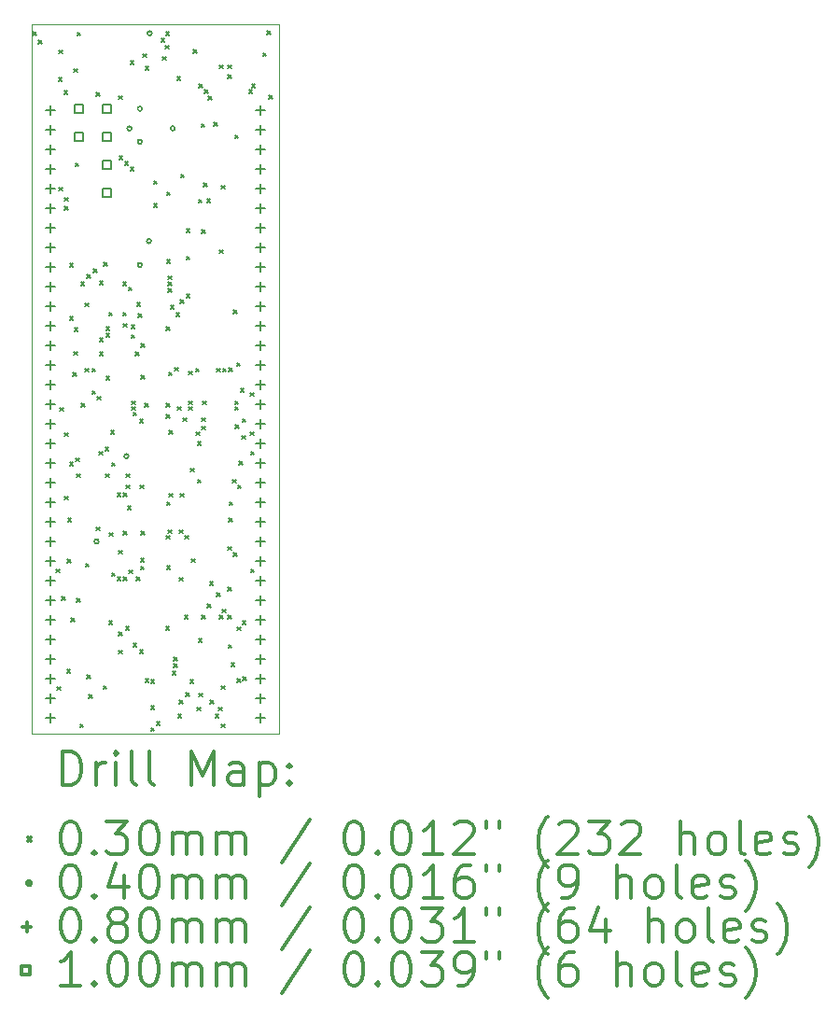
<source format=gbr>
%FSLAX45Y45*%
G04 Gerber Fmt 4.5, Leading zero omitted, Abs format (unit mm)*
G04 Created by KiCad (PCBNEW (5.1.2)-1) date 2019-12-23 21:45:00*
%MOMM*%
%LPD*%
G04 APERTURE LIST*
%ADD10C,0.050000*%
%ADD11C,0.200000*%
%ADD12C,0.300000*%
G04 APERTURE END LIST*
D10*
X9226550Y-10731500D02*
X9226550Y-4298950D01*
X11474450Y-10731500D02*
X9226550Y-10731500D01*
X11474450Y-4298950D02*
X11474450Y-10731500D01*
X9226550Y-4298950D02*
X11474450Y-4298950D01*
D11*
X9240500Y-4370050D02*
X9270500Y-4400050D01*
X9270500Y-4370050D02*
X9240500Y-4400050D01*
X9290500Y-4445450D02*
X9320500Y-4475450D01*
X9320500Y-4445450D02*
X9290500Y-4475450D01*
X9452850Y-9243300D02*
X9482850Y-9273300D01*
X9482850Y-9243300D02*
X9452850Y-9273300D01*
X9461740Y-10310100D02*
X9491740Y-10340100D01*
X9491740Y-10310100D02*
X9461740Y-10340100D01*
X9474948Y-4785854D02*
X9504948Y-4815854D01*
X9504948Y-4785854D02*
X9474948Y-4815854D01*
X9475350Y-4535770D02*
X9505350Y-4565770D01*
X9505350Y-4535770D02*
X9475350Y-4565770D01*
X9475500Y-5778950D02*
X9505500Y-5808950D01*
X9505500Y-5778950D02*
X9475500Y-5808950D01*
X9484600Y-7776450D02*
X9514600Y-7806450D01*
X9514600Y-7776450D02*
X9484600Y-7806450D01*
X9503650Y-9490950D02*
X9533650Y-9520950D01*
X9533650Y-9490950D02*
X9503650Y-9520950D01*
X9525500Y-4902700D02*
X9555500Y-4932700D01*
X9555500Y-4902700D02*
X9525500Y-4932700D01*
X9529050Y-5871450D02*
X9559050Y-5901450D01*
X9559050Y-5871450D02*
X9529050Y-5901450D01*
X9529050Y-5954000D02*
X9559050Y-5984000D01*
X9559050Y-5954000D02*
X9529050Y-5984000D01*
X9529050Y-8005050D02*
X9559050Y-8035050D01*
X9559050Y-8005050D02*
X9529050Y-8035050D01*
X9529050Y-8582900D02*
X9559050Y-8612900D01*
X9559050Y-8582900D02*
X9529050Y-8612900D01*
X9548651Y-10150799D02*
X9578651Y-10180799D01*
X9578651Y-10150799D02*
X9548651Y-10180799D01*
X9553650Y-9154870D02*
X9583650Y-9184870D01*
X9583650Y-9154870D02*
X9553650Y-9184870D01*
X9557625Y-8782925D02*
X9587625Y-8812925D01*
X9587625Y-8782925D02*
X9557625Y-8812925D01*
X9573500Y-6468350D02*
X9603500Y-6498350D01*
X9603500Y-6468350D02*
X9573500Y-6498350D01*
X9573500Y-6950950D02*
X9603500Y-6980950D01*
X9603500Y-6950950D02*
X9573500Y-6980950D01*
X9573500Y-8271750D02*
X9603500Y-8301750D01*
X9603500Y-8271750D02*
X9573500Y-8301750D01*
X9586200Y-9687800D02*
X9616200Y-9717800D01*
X9616200Y-9687800D02*
X9586200Y-9717800D01*
X9605250Y-7458950D02*
X9635250Y-7488950D01*
X9635250Y-7458950D02*
X9605250Y-7488950D01*
X9611600Y-4703050D02*
X9641600Y-4733050D01*
X9641600Y-4703050D02*
X9611600Y-4733050D01*
X9611600Y-7268450D02*
X9641600Y-7298450D01*
X9641600Y-7268450D02*
X9611600Y-7298450D01*
X9617950Y-7052550D02*
X9647950Y-7082550D01*
X9647950Y-7052550D02*
X9617950Y-7082550D01*
X9624300Y-5560300D02*
X9654300Y-5590300D01*
X9654300Y-5560300D02*
X9624300Y-5590300D01*
X9630650Y-8233650D02*
X9660650Y-8263650D01*
X9660650Y-8233650D02*
X9630650Y-8263650D01*
X9637000Y-8379700D02*
X9667000Y-8409700D01*
X9667000Y-8379700D02*
X9637000Y-8409700D01*
X9637000Y-9510000D02*
X9667000Y-9540000D01*
X9667000Y-9510000D02*
X9637000Y-9540000D01*
X9643350Y-4372850D02*
X9673350Y-4402850D01*
X9673350Y-4372850D02*
X9643350Y-4402850D01*
X9668750Y-10646650D02*
X9698750Y-10676650D01*
X9698750Y-10646650D02*
X9668750Y-10676650D01*
X9675100Y-6639800D02*
X9705100Y-6669800D01*
X9705100Y-6639800D02*
X9675100Y-6669800D01*
X9681450Y-7738350D02*
X9711450Y-7768350D01*
X9711450Y-7738350D02*
X9681450Y-7768350D01*
X9713200Y-6830300D02*
X9743200Y-6860300D01*
X9743200Y-6830300D02*
X9713200Y-6860300D01*
X9713200Y-7420850D02*
X9743200Y-7450850D01*
X9743200Y-7420850D02*
X9713200Y-7450850D01*
X9719550Y-9192500D02*
X9749550Y-9222500D01*
X9749550Y-9192500D02*
X9719550Y-9222500D01*
X9730350Y-10202150D02*
X9760350Y-10232150D01*
X9760350Y-10202150D02*
X9730350Y-10232150D01*
X9732250Y-6569950D02*
X9762250Y-6599950D01*
X9762250Y-6569950D02*
X9732250Y-6599950D01*
X9747550Y-10379950D02*
X9777550Y-10409950D01*
X9777550Y-10379950D02*
X9747550Y-10409950D01*
X9776700Y-7420850D02*
X9806700Y-7450850D01*
X9806700Y-7420850D02*
X9776700Y-7450850D01*
X9776700Y-7624050D02*
X9806700Y-7654050D01*
X9806700Y-7624050D02*
X9776700Y-7654050D01*
X9789400Y-6519150D02*
X9819400Y-6549150D01*
X9819400Y-6519150D02*
X9789400Y-6549150D01*
X9814800Y-4918950D02*
X9844800Y-4948950D01*
X9844800Y-4918950D02*
X9814800Y-4948950D01*
X9814800Y-8862300D02*
X9844800Y-8892300D01*
X9844800Y-8862300D02*
X9814800Y-8892300D01*
X9826700Y-7676920D02*
X9856700Y-7706920D01*
X9856700Y-7676920D02*
X9826700Y-7706920D01*
X9840200Y-8176500D02*
X9870200Y-8206500D01*
X9870200Y-8176500D02*
X9840200Y-8206500D01*
X9844300Y-6629350D02*
X9874300Y-6659350D01*
X9874300Y-6629350D02*
X9844300Y-6659350D01*
X9846550Y-7147800D02*
X9876550Y-7177800D01*
X9876550Y-7147800D02*
X9846550Y-7177800D01*
X9846550Y-7274800D02*
X9876550Y-7304800D01*
X9876550Y-7274800D02*
X9846550Y-7304800D01*
X9879100Y-10299470D02*
X9909100Y-10329470D01*
X9909100Y-10299470D02*
X9879100Y-10329470D01*
X9884650Y-6462000D02*
X9914650Y-6492000D01*
X9914650Y-6462000D02*
X9884650Y-6492000D01*
X9897350Y-8138400D02*
X9927350Y-8168400D01*
X9927350Y-8138400D02*
X9897350Y-8168400D01*
X9902300Y-8379700D02*
X9932300Y-8409700D01*
X9932300Y-8379700D02*
X9902300Y-8409700D01*
X9903700Y-7046200D02*
X9933700Y-7076200D01*
X9933700Y-7046200D02*
X9903700Y-7076200D01*
X9904246Y-7102804D02*
X9934246Y-7132804D01*
X9934246Y-7102804D02*
X9904246Y-7132804D01*
X9904462Y-7493748D02*
X9934462Y-7523748D01*
X9934462Y-7493748D02*
X9904462Y-7523748D01*
X9929100Y-6912850D02*
X9959100Y-6942850D01*
X9959100Y-6912850D02*
X9929100Y-6942850D01*
X9929100Y-9713200D02*
X9959100Y-9743200D01*
X9959100Y-9713200D02*
X9929100Y-9743200D01*
X9935450Y-8913100D02*
X9965450Y-8943100D01*
X9965450Y-8913100D02*
X9935450Y-8943100D01*
X9948150Y-7986000D02*
X9978150Y-8016000D01*
X9978150Y-7986000D02*
X9948150Y-8016000D01*
X9954500Y-8278100D02*
X9984500Y-8308100D01*
X9984500Y-8278100D02*
X9954500Y-8308100D01*
X9954500Y-9277590D02*
X9984500Y-9307590D01*
X9984500Y-9277590D02*
X9954500Y-9307590D01*
X10005300Y-8551150D02*
X10035300Y-8581150D01*
X10035300Y-8551150D02*
X10005300Y-8581150D01*
X10005300Y-9313150D02*
X10035300Y-9343150D01*
X10035300Y-9313150D02*
X10005300Y-9343150D01*
X10018000Y-4950700D02*
X10048000Y-4980700D01*
X10048000Y-4950700D02*
X10018000Y-4980700D01*
X10018000Y-9071850D02*
X10048000Y-9101850D01*
X10048000Y-9071850D02*
X10018000Y-9101850D01*
X10018000Y-9814800D02*
X10048000Y-9844800D01*
X10048000Y-9814800D02*
X10018000Y-9844800D01*
X10018000Y-9979900D02*
X10048000Y-10009900D01*
X10048000Y-9979900D02*
X10018000Y-10009900D01*
X10024350Y-5496800D02*
X10054350Y-5526800D01*
X10054350Y-5496800D02*
X10024350Y-5526800D01*
X10056100Y-6639800D02*
X10086100Y-6669800D01*
X10086100Y-6639800D02*
X10056100Y-6669800D01*
X10056100Y-6912850D02*
X10086100Y-6942850D01*
X10086100Y-6912850D02*
X10056100Y-6942850D01*
X10062450Y-7014450D02*
X10092450Y-7044450D01*
X10092450Y-7014450D02*
X10062450Y-7044450D01*
X10062450Y-8551150D02*
X10092450Y-8581150D01*
X10092450Y-8551150D02*
X10062450Y-8581150D01*
X10062450Y-8900400D02*
X10092450Y-8930400D01*
X10092450Y-8900400D02*
X10062450Y-8930400D01*
X10062450Y-9313150D02*
X10092450Y-9343150D01*
X10092450Y-9313150D02*
X10062450Y-9343150D01*
X10075150Y-5547600D02*
X10105150Y-5577600D01*
X10105150Y-5547600D02*
X10075150Y-5577600D01*
X10082135Y-9763365D02*
X10112135Y-9793365D01*
X10112135Y-9763365D02*
X10082135Y-9793365D01*
X10087850Y-8379700D02*
X10117850Y-8409700D01*
X10117850Y-8379700D02*
X10087850Y-8409700D01*
X10087850Y-8481300D02*
X10117850Y-8511300D01*
X10117850Y-8481300D02*
X10087850Y-8511300D01*
X10100550Y-8671800D02*
X10130550Y-8701800D01*
X10130550Y-8671800D02*
X10100550Y-8701800D01*
X10106900Y-6684250D02*
X10136900Y-6714250D01*
X10136900Y-6684250D02*
X10106900Y-6714250D01*
X10112450Y-9252736D02*
X10142450Y-9282736D01*
X10142450Y-9252736D02*
X10112450Y-9282736D01*
X10125950Y-4634000D02*
X10155950Y-4664000D01*
X10155950Y-4634000D02*
X10125950Y-4664000D01*
X10125950Y-5598400D02*
X10155950Y-5628400D01*
X10155950Y-5598400D02*
X10125950Y-5628400D01*
X10132300Y-7027150D02*
X10162300Y-7057150D01*
X10162300Y-7027150D02*
X10132300Y-7057150D01*
X10132300Y-7116050D02*
X10162300Y-7146050D01*
X10162300Y-7116050D02*
X10132300Y-7146050D01*
X10138650Y-7719300D02*
X10168650Y-7749300D01*
X10168650Y-7719300D02*
X10138650Y-7749300D01*
X10138650Y-7770100D02*
X10168650Y-7800100D01*
X10168650Y-7770100D02*
X10138650Y-7800100D01*
X10151350Y-7820900D02*
X10181350Y-7850900D01*
X10181350Y-7820900D02*
X10151350Y-7850900D01*
X10151350Y-9916400D02*
X10181350Y-9946400D01*
X10181350Y-9916400D02*
X10151350Y-9946400D01*
X10170400Y-7274800D02*
X10200400Y-7304800D01*
X10200400Y-7274800D02*
X10170400Y-7304800D01*
X10178020Y-9315690D02*
X10208020Y-9345690D01*
X10208020Y-9315690D02*
X10178020Y-9345690D01*
X10183100Y-6823950D02*
X10213100Y-6853950D01*
X10213100Y-6823950D02*
X10183100Y-6853950D01*
X10195800Y-6925550D02*
X10225800Y-6955550D01*
X10225800Y-6925550D02*
X10195800Y-6955550D01*
X10208500Y-7884400D02*
X10238500Y-7914400D01*
X10238500Y-7884400D02*
X10208500Y-7914400D01*
X10208500Y-9973550D02*
X10238500Y-10003550D01*
X10238500Y-9973550D02*
X10208500Y-10003550D01*
X10214850Y-8481300D02*
X10244850Y-8511300D01*
X10244850Y-8481300D02*
X10214850Y-8511300D01*
X10217855Y-9217435D02*
X10247855Y-9247435D01*
X10247855Y-9217435D02*
X10217855Y-9247435D01*
X10218660Y-9144240D02*
X10248660Y-9174240D01*
X10248660Y-9144240D02*
X10218660Y-9174240D01*
X10221200Y-7198600D02*
X10251200Y-7228600D01*
X10251200Y-7198600D02*
X10221200Y-7228600D01*
X10221200Y-7484350D02*
X10251200Y-7514350D01*
X10251200Y-7484350D02*
X10221200Y-7514350D01*
X10221200Y-8900400D02*
X10251200Y-8930400D01*
X10251200Y-8900400D02*
X10221200Y-8930400D01*
X10238726Y-4569700D02*
X10268726Y-4599700D01*
X10268726Y-4569700D02*
X10238726Y-4599700D01*
X10258284Y-7739366D02*
X10288284Y-7769366D01*
X10288284Y-7739366D02*
X10258284Y-7769366D01*
X10259300Y-4684000D02*
X10289300Y-4714000D01*
X10289300Y-4684000D02*
X10259300Y-4714000D01*
X10260570Y-10236440D02*
X10290570Y-10266440D01*
X10290570Y-10236440D02*
X10260570Y-10266440D01*
X10310100Y-10481550D02*
X10340100Y-10511550D01*
X10340100Y-10481550D02*
X10310100Y-10511550D01*
X10310570Y-10246130D02*
X10340570Y-10276130D01*
X10340570Y-10246130D02*
X10310570Y-10276130D01*
X10313199Y-10681499D02*
X10343199Y-10711499D01*
X10343199Y-10681499D02*
X10313199Y-10711499D01*
X10335500Y-5719050D02*
X10365500Y-5749050D01*
X10365500Y-5719050D02*
X10335500Y-5749050D01*
X10335500Y-5928600D02*
X10365500Y-5958600D01*
X10365500Y-5928600D02*
X10335500Y-5958600D01*
X10360900Y-10627600D02*
X10390900Y-10657600D01*
X10390900Y-10627600D02*
X10360900Y-10657600D01*
X10405350Y-4430000D02*
X10435350Y-4460000D01*
X10435350Y-4430000D02*
X10405350Y-4460000D01*
X10418050Y-4595100D02*
X10448050Y-4625100D01*
X10448050Y-4595100D02*
X10418050Y-4625100D01*
X10443450Y-4493500D02*
X10473450Y-4523500D01*
X10473450Y-4493500D02*
X10443450Y-4523500D01*
X10446250Y-4370050D02*
X10476250Y-4400050D01*
X10476250Y-4370050D02*
X10446250Y-4400050D01*
X10448530Y-9764000D02*
X10478530Y-9794000D01*
X10478530Y-9764000D02*
X10448530Y-9794000D01*
X10449419Y-7046073D02*
X10479419Y-7076073D01*
X10479419Y-7046073D02*
X10449419Y-7076073D01*
X10449800Y-7738350D02*
X10479800Y-7768350D01*
X10479800Y-7738350D02*
X10449800Y-7768350D01*
X10449800Y-7839950D02*
X10479800Y-7869950D01*
X10479800Y-7839950D02*
X10449800Y-7869950D01*
X10449800Y-8938500D02*
X10479800Y-8968500D01*
X10479800Y-8938500D02*
X10449800Y-8968500D01*
X10456150Y-5820650D02*
X10486150Y-5850650D01*
X10486150Y-5820650D02*
X10456150Y-5850650D01*
X10456150Y-6436600D02*
X10486150Y-6466600D01*
X10486150Y-6436600D02*
X10456150Y-6466600D01*
X10456150Y-8633700D02*
X10486150Y-8663700D01*
X10486150Y-8633700D02*
X10456150Y-8663700D01*
X10456150Y-9211550D02*
X10486150Y-9241550D01*
X10486150Y-9211550D02*
X10456150Y-9241550D01*
X10468850Y-6582650D02*
X10498850Y-6612650D01*
X10498850Y-6582650D02*
X10468850Y-6612650D01*
X10468850Y-6639800D02*
X10498850Y-6669800D01*
X10498850Y-6639800D02*
X10468850Y-6669800D01*
X10468850Y-6696950D02*
X10498850Y-6726950D01*
X10498850Y-6696950D02*
X10468850Y-6726950D01*
X10468850Y-8887700D02*
X10498850Y-8917700D01*
X10498850Y-8887700D02*
X10468850Y-8917700D01*
X10471009Y-7454759D02*
X10501009Y-7484759D01*
X10501009Y-7454759D02*
X10471009Y-7484759D01*
X10475200Y-7986000D02*
X10505200Y-8016000D01*
X10505200Y-7986000D02*
X10475200Y-8016000D01*
X10475200Y-8557500D02*
X10505200Y-8587500D01*
X10505200Y-8557500D02*
X10475200Y-8587500D01*
X10487900Y-6849350D02*
X10517900Y-6879350D01*
X10517900Y-6849350D02*
X10487900Y-6879350D01*
X10506950Y-10170400D02*
X10536950Y-10200400D01*
X10536950Y-10170400D02*
X10506950Y-10200400D01*
X10519650Y-10043400D02*
X10549650Y-10073400D01*
X10549650Y-10043400D02*
X10519650Y-10073400D01*
X10519650Y-10100550D02*
X10549650Y-10130550D01*
X10549650Y-10100550D02*
X10519650Y-10130550D01*
X10526000Y-7414500D02*
X10556000Y-7444500D01*
X10556000Y-7414500D02*
X10526000Y-7444500D01*
X10538700Y-6919200D02*
X10568700Y-6949200D01*
X10568700Y-6919200D02*
X10538700Y-6949200D01*
X10548352Y-4777218D02*
X10578352Y-4807218D01*
X10578352Y-4777218D02*
X10548352Y-4807218D01*
X10552101Y-7769399D02*
X10582101Y-7799399D01*
X10582101Y-7769399D02*
X10552101Y-7799399D01*
X10557750Y-10557750D02*
X10587750Y-10587750D01*
X10587750Y-10557750D02*
X10557750Y-10587750D01*
X10570450Y-8887700D02*
X10600450Y-8917700D01*
X10600450Y-8887700D02*
X10570450Y-8917700D01*
X10570450Y-10430750D02*
X10600450Y-10460750D01*
X10600450Y-10430750D02*
X10570450Y-10460750D01*
X10571720Y-9318230D02*
X10601720Y-9348230D01*
X10601720Y-9318230D02*
X10571720Y-9348230D01*
X10576800Y-6798550D02*
X10606800Y-6828550D01*
X10606800Y-6798550D02*
X10576800Y-6828550D01*
X10576800Y-8557500D02*
X10606800Y-8587500D01*
X10606800Y-8557500D02*
X10576800Y-8587500D01*
X10583150Y-5661900D02*
X10613150Y-5691900D01*
X10613150Y-5661900D02*
X10583150Y-5691900D01*
X10602200Y-7871700D02*
X10632200Y-7901700D01*
X10632200Y-7871700D02*
X10602200Y-7901700D01*
X10617651Y-9662189D02*
X10647651Y-9692189D01*
X10647651Y-9662189D02*
X10617651Y-9692189D01*
X10620996Y-8938500D02*
X10650996Y-8968500D01*
X10650996Y-8938500D02*
X10620996Y-8968500D01*
X10626900Y-10366550D02*
X10656900Y-10396550D01*
X10656900Y-10366550D02*
X10626900Y-10396550D01*
X10633950Y-6404850D02*
X10663950Y-6434850D01*
X10663950Y-6404850D02*
X10633950Y-6434850D01*
X10633950Y-6747750D02*
X10663950Y-6777750D01*
X10663950Y-6747750D02*
X10633950Y-6777750D01*
X10634000Y-6157150D02*
X10664000Y-6187150D01*
X10664000Y-6157150D02*
X10634000Y-6187150D01*
X10653000Y-7446250D02*
X10683000Y-7476250D01*
X10683000Y-7446250D02*
X10653000Y-7476250D01*
X10653000Y-7719300D02*
X10683000Y-7749300D01*
X10683000Y-7719300D02*
X10653000Y-7749300D01*
X10653000Y-7769300D02*
X10683000Y-7799300D01*
X10683000Y-7769300D02*
X10653000Y-7799300D01*
X10668221Y-10244079D02*
X10698221Y-10274079D01*
X10698221Y-10244079D02*
X10668221Y-10274079D01*
X10672050Y-8328900D02*
X10702050Y-8358900D01*
X10702050Y-8328900D02*
X10672050Y-8358900D01*
X10678400Y-9148050D02*
X10708400Y-9178050D01*
X10708400Y-9148050D02*
X10678400Y-9178050D01*
X10697450Y-4531600D02*
X10727450Y-4561600D01*
X10727450Y-4531600D02*
X10697450Y-4561600D01*
X10716500Y-7420850D02*
X10746500Y-7450850D01*
X10746500Y-7420850D02*
X10716500Y-7450850D01*
X10722850Y-7998700D02*
X10752850Y-8028700D01*
X10752850Y-7998700D02*
X10722850Y-8028700D01*
X10729200Y-10494250D02*
X10759200Y-10524250D01*
X10759200Y-10494250D02*
X10729200Y-10524250D01*
X10735550Y-8087600D02*
X10765550Y-8117600D01*
X10765550Y-8087600D02*
X10735550Y-8117600D01*
X10735550Y-8430500D02*
X10765550Y-8460500D01*
X10765550Y-8430500D02*
X10735550Y-8460500D01*
X10741900Y-9871950D02*
X10771900Y-9901950D01*
X10771900Y-9871950D02*
X10741900Y-9901950D01*
X10744000Y-5888400D02*
X10774000Y-5918400D01*
X10774000Y-5888400D02*
X10744000Y-5918400D01*
X10748250Y-4842750D02*
X10778250Y-4872750D01*
X10778250Y-4842750D02*
X10748250Y-4872750D01*
X10748250Y-10367250D02*
X10778250Y-10397250D01*
X10778250Y-10367250D02*
X10748250Y-10397250D01*
X10767300Y-5204700D02*
X10797300Y-5234700D01*
X10797300Y-5204700D02*
X10767300Y-5234700D01*
X10773650Y-6163550D02*
X10803650Y-6193550D01*
X10803650Y-6163550D02*
X10773650Y-6193550D01*
X10773650Y-7871700D02*
X10803650Y-7901700D01*
X10803650Y-7871700D02*
X10773650Y-7901700D01*
X10773650Y-7947900D02*
X10803650Y-7977900D01*
X10803650Y-7947900D02*
X10773650Y-7977900D01*
X10773650Y-9662400D02*
X10803650Y-9692400D01*
X10803650Y-9662400D02*
X10773650Y-9692400D01*
X10779250Y-7720050D02*
X10809250Y-7750050D01*
X10809250Y-7720050D02*
X10779250Y-7750050D01*
X10789525Y-5741275D02*
X10819525Y-5771275D01*
X10819525Y-5741275D02*
X10789525Y-5771275D01*
X10799050Y-4893550D02*
X10829050Y-4923550D01*
X10829050Y-4893550D02*
X10799050Y-4923550D01*
X10818100Y-5884150D02*
X10848100Y-5914150D01*
X10848100Y-5884150D02*
X10818100Y-5914150D01*
X10822672Y-9560800D02*
X10852672Y-9590800D01*
X10852672Y-9560800D02*
X10822672Y-9590800D01*
X10831600Y-4952440D02*
X10861600Y-4982440D01*
X10861600Y-4952440D02*
X10831600Y-4982440D01*
X10843500Y-9357600D02*
X10873500Y-9387600D01*
X10873500Y-9357600D02*
X10843500Y-9387600D01*
X10849100Y-10431500D02*
X10879100Y-10461500D01*
X10879100Y-10431500D02*
X10849100Y-10461500D01*
X10881600Y-5192000D02*
X10911600Y-5222000D01*
X10911600Y-5192000D02*
X10881600Y-5222000D01*
X10894300Y-10557750D02*
X10924300Y-10587750D01*
X10924300Y-10557750D02*
X10894300Y-10587750D01*
X10907000Y-7420850D02*
X10937000Y-7450850D01*
X10937000Y-7420850D02*
X10907000Y-7450850D01*
X10907000Y-9459200D02*
X10937000Y-9489200D01*
X10937000Y-9459200D02*
X10907000Y-9489200D01*
X10923800Y-10496500D02*
X10953800Y-10526500D01*
X10953800Y-10496500D02*
X10923800Y-10526500D01*
X10932400Y-4671300D02*
X10962400Y-4701300D01*
X10962400Y-4671300D02*
X10932400Y-4701300D01*
X10932400Y-6347700D02*
X10962400Y-6377700D01*
X10962400Y-6347700D02*
X10932400Y-6377700D01*
X10934432Y-9662400D02*
X10964432Y-9692400D01*
X10964432Y-9662400D02*
X10934432Y-9692400D01*
X10949380Y-10299470D02*
X10979380Y-10329470D01*
X10979380Y-10299470D02*
X10949380Y-10329470D01*
X10951450Y-5763500D02*
X10981450Y-5793500D01*
X10981450Y-5763500D02*
X10951450Y-5793500D01*
X10951450Y-10646650D02*
X10981450Y-10676650D01*
X10981450Y-10646650D02*
X10951450Y-10676650D01*
X10959870Y-9607320D02*
X10989870Y-9637320D01*
X10989870Y-9607320D02*
X10959870Y-9637320D01*
X10964150Y-7420850D02*
X10994150Y-7450850D01*
X10994150Y-7420850D02*
X10964150Y-7450850D01*
X11008600Y-4671300D02*
X11038600Y-4701300D01*
X11038600Y-4671300D02*
X11008600Y-4701300D01*
X11008600Y-4760200D02*
X11038600Y-4790200D01*
X11038600Y-4760200D02*
X11008600Y-4790200D01*
X11008600Y-9408400D02*
X11038600Y-9438400D01*
X11038600Y-9408400D02*
X11008600Y-9438400D01*
X11009870Y-9661130D02*
X11039870Y-9691130D01*
X11039870Y-9661130D02*
X11009870Y-9691130D01*
X11011140Y-9041370D02*
X11041140Y-9071370D01*
X11041140Y-9041370D02*
X11011140Y-9071370D01*
X11014950Y-9929100D02*
X11044950Y-9959100D01*
X11044950Y-9929100D02*
X11014950Y-9959100D01*
X11018125Y-8782925D02*
X11048125Y-8812925D01*
X11048125Y-8782925D02*
X11018125Y-8812925D01*
X11019000Y-7416800D02*
X11049000Y-7446800D01*
X11049000Y-7416800D02*
X11019000Y-7446800D01*
X11021300Y-8633700D02*
X11051300Y-8663700D01*
X11051300Y-8633700D02*
X11021300Y-8663700D01*
X11040350Y-10094200D02*
X11070350Y-10124200D01*
X11070350Y-10094200D02*
X11040350Y-10124200D01*
X11053050Y-8430500D02*
X11083050Y-8460500D01*
X11083050Y-8430500D02*
X11053050Y-8460500D01*
X11059400Y-6893800D02*
X11089400Y-6923800D01*
X11089400Y-6893800D02*
X11059400Y-6923800D01*
X11061140Y-9092970D02*
X11091140Y-9122970D01*
X11091140Y-9092970D02*
X11061140Y-9122970D01*
X11072100Y-5306300D02*
X11102100Y-5336300D01*
X11102100Y-5306300D02*
X11072100Y-5336300D01*
X11072100Y-7719300D02*
X11102100Y-7749300D01*
X11102100Y-7719300D02*
X11072100Y-7749300D01*
X11072100Y-7770100D02*
X11102100Y-7800100D01*
X11102100Y-7770100D02*
X11072100Y-7800100D01*
X11077150Y-7936500D02*
X11107150Y-7966500D01*
X11107150Y-7936500D02*
X11077150Y-7966500D01*
X11091150Y-7370050D02*
X11121150Y-7400050D01*
X11121150Y-7370050D02*
X11091150Y-7400050D01*
X11094325Y-9767175D02*
X11124325Y-9797175D01*
X11124325Y-9767175D02*
X11094325Y-9797175D01*
X11094325Y-10237075D02*
X11124325Y-10267075D01*
X11124325Y-10237075D02*
X11094325Y-10267075D01*
X11097500Y-8481300D02*
X11127500Y-8511300D01*
X11127500Y-8481300D02*
X11097500Y-8511300D01*
X11110200Y-8265400D02*
X11140200Y-8295400D01*
X11140200Y-8265400D02*
X11110200Y-8295400D01*
X11122900Y-7605000D02*
X11152900Y-7635000D01*
X11152900Y-7605000D02*
X11122900Y-7635000D01*
X11135600Y-8030450D02*
X11165600Y-8060450D01*
X11165600Y-8030450D02*
X11135600Y-8060450D01*
X11141950Y-7878050D02*
X11171950Y-7908050D01*
X11171950Y-7878050D02*
X11141950Y-7908050D01*
X11141950Y-9713200D02*
X11171950Y-9743200D01*
X11171950Y-9713200D02*
X11141950Y-9743200D01*
X11144490Y-10221200D02*
X11174490Y-10251200D01*
X11174490Y-10221200D02*
X11144490Y-10251200D01*
X11199100Y-4893550D02*
X11229100Y-4923550D01*
X11229100Y-4893550D02*
X11199100Y-4923550D01*
X11211800Y-7643100D02*
X11241800Y-7673100D01*
X11241800Y-7643100D02*
X11211800Y-7673100D01*
X11211800Y-7998700D02*
X11241800Y-8028700D01*
X11241800Y-7998700D02*
X11211800Y-8028700D01*
X11218150Y-8176500D02*
X11248150Y-8206500D01*
X11248150Y-8176500D02*
X11218150Y-8206500D01*
X11218150Y-9243300D02*
X11248150Y-9273300D01*
X11248150Y-9243300D02*
X11218150Y-9273300D01*
X11224500Y-4842750D02*
X11254500Y-4872750D01*
X11254500Y-4842750D02*
X11224500Y-4872750D01*
X11328204Y-4561500D02*
X11358204Y-4591500D01*
X11358204Y-4561500D02*
X11328204Y-4591500D01*
X11364200Y-4361650D02*
X11394200Y-4391650D01*
X11394200Y-4361650D02*
X11364200Y-4391650D01*
X11380500Y-4947100D02*
X11410500Y-4977100D01*
X11410500Y-4947100D02*
X11380500Y-4977100D01*
X9837100Y-8991600D02*
G75*
G03X9837100Y-8991600I-20000J0D01*
G01*
X10108225Y-8218825D02*
G75*
G03X10108225Y-8218825I-20000J0D01*
G01*
X10135550Y-5245100D02*
G75*
G03X10135550Y-5245100I-20000J0D01*
G01*
X10230800Y-5067300D02*
G75*
G03X10230800Y-5067300I-20000J0D01*
G01*
X10230800Y-5365750D02*
G75*
G03X10230800Y-5365750I-20000J0D01*
G01*
X10230800Y-6483350D02*
G75*
G03X10230800Y-6483350I-20000J0D01*
G01*
X10313350Y-6267450D02*
G75*
G03X10313350Y-6267450I-20000J0D01*
G01*
X10319700Y-4383000D02*
G75*
G03X10319700Y-4383000I-20000J0D01*
G01*
X10529250Y-5245100D02*
G75*
G03X10529250Y-5245100I-20000J0D01*
G01*
X9398000Y-5040000D02*
X9398000Y-5120000D01*
X9358000Y-5080000D02*
X9438000Y-5080000D01*
X9398000Y-5217800D02*
X9398000Y-5297800D01*
X9358000Y-5257800D02*
X9438000Y-5257800D01*
X9398000Y-5395600D02*
X9398000Y-5475600D01*
X9358000Y-5435600D02*
X9438000Y-5435600D01*
X9398000Y-5573400D02*
X9398000Y-5653400D01*
X9358000Y-5613400D02*
X9438000Y-5613400D01*
X9398000Y-5751200D02*
X9398000Y-5831200D01*
X9358000Y-5791200D02*
X9438000Y-5791200D01*
X9398000Y-5929000D02*
X9398000Y-6009000D01*
X9358000Y-5969000D02*
X9438000Y-5969000D01*
X9398000Y-6106800D02*
X9398000Y-6186800D01*
X9358000Y-6146800D02*
X9438000Y-6146800D01*
X9398000Y-6284600D02*
X9398000Y-6364600D01*
X9358000Y-6324600D02*
X9438000Y-6324600D01*
X9398000Y-6462400D02*
X9398000Y-6542400D01*
X9358000Y-6502400D02*
X9438000Y-6502400D01*
X9398000Y-6640200D02*
X9398000Y-6720200D01*
X9358000Y-6680200D02*
X9438000Y-6680200D01*
X9398000Y-6818000D02*
X9398000Y-6898000D01*
X9358000Y-6858000D02*
X9438000Y-6858000D01*
X9398000Y-6995800D02*
X9398000Y-7075800D01*
X9358000Y-7035800D02*
X9438000Y-7035800D01*
X9398000Y-7173600D02*
X9398000Y-7253600D01*
X9358000Y-7213600D02*
X9438000Y-7213600D01*
X9398000Y-7351400D02*
X9398000Y-7431400D01*
X9358000Y-7391400D02*
X9438000Y-7391400D01*
X9398000Y-7529200D02*
X9398000Y-7609200D01*
X9358000Y-7569200D02*
X9438000Y-7569200D01*
X9398000Y-7707000D02*
X9398000Y-7787000D01*
X9358000Y-7747000D02*
X9438000Y-7747000D01*
X9398000Y-7884800D02*
X9398000Y-7964800D01*
X9358000Y-7924800D02*
X9438000Y-7924800D01*
X9398000Y-8062600D02*
X9398000Y-8142600D01*
X9358000Y-8102600D02*
X9438000Y-8102600D01*
X9398000Y-8240400D02*
X9398000Y-8320400D01*
X9358000Y-8280400D02*
X9438000Y-8280400D01*
X9398000Y-8418200D02*
X9398000Y-8498200D01*
X9358000Y-8458200D02*
X9438000Y-8458200D01*
X9398000Y-8596000D02*
X9398000Y-8676000D01*
X9358000Y-8636000D02*
X9438000Y-8636000D01*
X9398000Y-8773800D02*
X9398000Y-8853800D01*
X9358000Y-8813800D02*
X9438000Y-8813800D01*
X9398000Y-8951600D02*
X9398000Y-9031600D01*
X9358000Y-8991600D02*
X9438000Y-8991600D01*
X9398000Y-9129400D02*
X9398000Y-9209400D01*
X9358000Y-9169400D02*
X9438000Y-9169400D01*
X9398000Y-9307200D02*
X9398000Y-9387200D01*
X9358000Y-9347200D02*
X9438000Y-9347200D01*
X9398000Y-9485000D02*
X9398000Y-9565000D01*
X9358000Y-9525000D02*
X9438000Y-9525000D01*
X9398000Y-9662800D02*
X9398000Y-9742800D01*
X9358000Y-9702800D02*
X9438000Y-9702800D01*
X9398000Y-9840600D02*
X9398000Y-9920600D01*
X9358000Y-9880600D02*
X9438000Y-9880600D01*
X9398000Y-10018400D02*
X9398000Y-10098400D01*
X9358000Y-10058400D02*
X9438000Y-10058400D01*
X9398000Y-10196200D02*
X9398000Y-10276200D01*
X9358000Y-10236200D02*
X9438000Y-10236200D01*
X9398000Y-10374000D02*
X9398000Y-10454000D01*
X9358000Y-10414000D02*
X9438000Y-10414000D01*
X9398000Y-10551800D02*
X9398000Y-10631800D01*
X9358000Y-10591800D02*
X9438000Y-10591800D01*
X11303000Y-5040000D02*
X11303000Y-5120000D01*
X11263000Y-5080000D02*
X11343000Y-5080000D01*
X11303000Y-5217800D02*
X11303000Y-5297800D01*
X11263000Y-5257800D02*
X11343000Y-5257800D01*
X11303000Y-5395600D02*
X11303000Y-5475600D01*
X11263000Y-5435600D02*
X11343000Y-5435600D01*
X11303000Y-5573400D02*
X11303000Y-5653400D01*
X11263000Y-5613400D02*
X11343000Y-5613400D01*
X11303000Y-5751200D02*
X11303000Y-5831200D01*
X11263000Y-5791200D02*
X11343000Y-5791200D01*
X11303000Y-5929000D02*
X11303000Y-6009000D01*
X11263000Y-5969000D02*
X11343000Y-5969000D01*
X11303000Y-6106800D02*
X11303000Y-6186800D01*
X11263000Y-6146800D02*
X11343000Y-6146800D01*
X11303000Y-6284600D02*
X11303000Y-6364600D01*
X11263000Y-6324600D02*
X11343000Y-6324600D01*
X11303000Y-6462400D02*
X11303000Y-6542400D01*
X11263000Y-6502400D02*
X11343000Y-6502400D01*
X11303000Y-6640200D02*
X11303000Y-6720200D01*
X11263000Y-6680200D02*
X11343000Y-6680200D01*
X11303000Y-6818000D02*
X11303000Y-6898000D01*
X11263000Y-6858000D02*
X11343000Y-6858000D01*
X11303000Y-6995800D02*
X11303000Y-7075800D01*
X11263000Y-7035800D02*
X11343000Y-7035800D01*
X11303000Y-7173600D02*
X11303000Y-7253600D01*
X11263000Y-7213600D02*
X11343000Y-7213600D01*
X11303000Y-7351400D02*
X11303000Y-7431400D01*
X11263000Y-7391400D02*
X11343000Y-7391400D01*
X11303000Y-7529200D02*
X11303000Y-7609200D01*
X11263000Y-7569200D02*
X11343000Y-7569200D01*
X11303000Y-7707000D02*
X11303000Y-7787000D01*
X11263000Y-7747000D02*
X11343000Y-7747000D01*
X11303000Y-7884800D02*
X11303000Y-7964800D01*
X11263000Y-7924800D02*
X11343000Y-7924800D01*
X11303000Y-8062600D02*
X11303000Y-8142600D01*
X11263000Y-8102600D02*
X11343000Y-8102600D01*
X11303000Y-8240400D02*
X11303000Y-8320400D01*
X11263000Y-8280400D02*
X11343000Y-8280400D01*
X11303000Y-8418200D02*
X11303000Y-8498200D01*
X11263000Y-8458200D02*
X11343000Y-8458200D01*
X11303000Y-8596000D02*
X11303000Y-8676000D01*
X11263000Y-8636000D02*
X11343000Y-8636000D01*
X11303000Y-8773800D02*
X11303000Y-8853800D01*
X11263000Y-8813800D02*
X11343000Y-8813800D01*
X11303000Y-8951600D02*
X11303000Y-9031600D01*
X11263000Y-8991600D02*
X11343000Y-8991600D01*
X11303000Y-9129400D02*
X11303000Y-9209400D01*
X11263000Y-9169400D02*
X11343000Y-9169400D01*
X11303000Y-9307200D02*
X11303000Y-9387200D01*
X11263000Y-9347200D02*
X11343000Y-9347200D01*
X11303000Y-9485000D02*
X11303000Y-9565000D01*
X11263000Y-9525000D02*
X11343000Y-9525000D01*
X11303000Y-9662800D02*
X11303000Y-9742800D01*
X11263000Y-9702800D02*
X11343000Y-9702800D01*
X11303000Y-9840600D02*
X11303000Y-9920600D01*
X11263000Y-9880600D02*
X11343000Y-9880600D01*
X11303000Y-10018400D02*
X11303000Y-10098400D01*
X11263000Y-10058400D02*
X11343000Y-10058400D01*
X11303000Y-10196200D02*
X11303000Y-10276200D01*
X11263000Y-10236200D02*
X11343000Y-10236200D01*
X11303000Y-10374000D02*
X11303000Y-10454000D01*
X11263000Y-10414000D02*
X11343000Y-10414000D01*
X11303000Y-10551800D02*
X11303000Y-10631800D01*
X11263000Y-10591800D02*
X11343000Y-10591800D01*
X9693706Y-5102656D02*
X9693706Y-5031944D01*
X9622994Y-5031944D01*
X9622994Y-5102656D01*
X9693706Y-5102656D01*
X9693706Y-5356656D02*
X9693706Y-5285944D01*
X9622994Y-5285944D01*
X9622994Y-5356656D01*
X9693706Y-5356656D01*
X9947706Y-5102656D02*
X9947706Y-5031944D01*
X9876994Y-5031944D01*
X9876994Y-5102656D01*
X9947706Y-5102656D01*
X9947706Y-5356656D02*
X9947706Y-5285944D01*
X9876994Y-5285944D01*
X9876994Y-5356656D01*
X9947706Y-5356656D01*
X9947706Y-5610656D02*
X9947706Y-5539944D01*
X9876994Y-5539944D01*
X9876994Y-5610656D01*
X9947706Y-5610656D01*
X9947706Y-5864656D02*
X9947706Y-5793944D01*
X9876994Y-5793944D01*
X9876994Y-5864656D01*
X9947706Y-5864656D01*
D12*
X9510478Y-11199714D02*
X9510478Y-10899714D01*
X9581907Y-10899714D01*
X9624764Y-10914000D01*
X9653336Y-10942572D01*
X9667621Y-10971143D01*
X9681907Y-11028286D01*
X9681907Y-11071143D01*
X9667621Y-11128286D01*
X9653336Y-11156857D01*
X9624764Y-11185429D01*
X9581907Y-11199714D01*
X9510478Y-11199714D01*
X9810478Y-11199714D02*
X9810478Y-10999714D01*
X9810478Y-11056857D02*
X9824764Y-11028286D01*
X9839050Y-11014000D01*
X9867621Y-10999714D01*
X9896193Y-10999714D01*
X9996193Y-11199714D02*
X9996193Y-10999714D01*
X9996193Y-10899714D02*
X9981907Y-10914000D01*
X9996193Y-10928286D01*
X10010478Y-10914000D01*
X9996193Y-10899714D01*
X9996193Y-10928286D01*
X10181907Y-11199714D02*
X10153336Y-11185429D01*
X10139050Y-11156857D01*
X10139050Y-10899714D01*
X10339050Y-11199714D02*
X10310478Y-11185429D01*
X10296193Y-11156857D01*
X10296193Y-10899714D01*
X10681907Y-11199714D02*
X10681907Y-10899714D01*
X10781907Y-11114000D01*
X10881907Y-10899714D01*
X10881907Y-11199714D01*
X11153336Y-11199714D02*
X11153336Y-11042572D01*
X11139050Y-11014000D01*
X11110478Y-10999714D01*
X11053336Y-10999714D01*
X11024764Y-11014000D01*
X11153336Y-11185429D02*
X11124764Y-11199714D01*
X11053336Y-11199714D01*
X11024764Y-11185429D01*
X11010478Y-11156857D01*
X11010478Y-11128286D01*
X11024764Y-11099714D01*
X11053336Y-11085429D01*
X11124764Y-11085429D01*
X11153336Y-11071143D01*
X11296193Y-10999714D02*
X11296193Y-11299714D01*
X11296193Y-11014000D02*
X11324764Y-10999714D01*
X11381907Y-10999714D01*
X11410478Y-11014000D01*
X11424764Y-11028286D01*
X11439050Y-11056857D01*
X11439050Y-11142572D01*
X11424764Y-11171143D01*
X11410478Y-11185429D01*
X11381907Y-11199714D01*
X11324764Y-11199714D01*
X11296193Y-11185429D01*
X11567621Y-11171143D02*
X11581907Y-11185429D01*
X11567621Y-11199714D01*
X11553336Y-11185429D01*
X11567621Y-11171143D01*
X11567621Y-11199714D01*
X11567621Y-11014000D02*
X11581907Y-11028286D01*
X11567621Y-11042572D01*
X11553336Y-11028286D01*
X11567621Y-11014000D01*
X11567621Y-11042572D01*
X9194050Y-11679000D02*
X9224050Y-11709000D01*
X9224050Y-11679000D02*
X9194050Y-11709000D01*
X9567621Y-11529714D02*
X9596193Y-11529714D01*
X9624764Y-11544000D01*
X9639050Y-11558286D01*
X9653336Y-11586857D01*
X9667621Y-11644000D01*
X9667621Y-11715429D01*
X9653336Y-11772571D01*
X9639050Y-11801143D01*
X9624764Y-11815429D01*
X9596193Y-11829714D01*
X9567621Y-11829714D01*
X9539050Y-11815429D01*
X9524764Y-11801143D01*
X9510478Y-11772571D01*
X9496193Y-11715429D01*
X9496193Y-11644000D01*
X9510478Y-11586857D01*
X9524764Y-11558286D01*
X9539050Y-11544000D01*
X9567621Y-11529714D01*
X9796193Y-11801143D02*
X9810478Y-11815429D01*
X9796193Y-11829714D01*
X9781907Y-11815429D01*
X9796193Y-11801143D01*
X9796193Y-11829714D01*
X9910478Y-11529714D02*
X10096193Y-11529714D01*
X9996193Y-11644000D01*
X10039050Y-11644000D01*
X10067621Y-11658286D01*
X10081907Y-11672571D01*
X10096193Y-11701143D01*
X10096193Y-11772571D01*
X10081907Y-11801143D01*
X10067621Y-11815429D01*
X10039050Y-11829714D01*
X9953336Y-11829714D01*
X9924764Y-11815429D01*
X9910478Y-11801143D01*
X10281907Y-11529714D02*
X10310478Y-11529714D01*
X10339050Y-11544000D01*
X10353336Y-11558286D01*
X10367621Y-11586857D01*
X10381907Y-11644000D01*
X10381907Y-11715429D01*
X10367621Y-11772571D01*
X10353336Y-11801143D01*
X10339050Y-11815429D01*
X10310478Y-11829714D01*
X10281907Y-11829714D01*
X10253336Y-11815429D01*
X10239050Y-11801143D01*
X10224764Y-11772571D01*
X10210478Y-11715429D01*
X10210478Y-11644000D01*
X10224764Y-11586857D01*
X10239050Y-11558286D01*
X10253336Y-11544000D01*
X10281907Y-11529714D01*
X10510478Y-11829714D02*
X10510478Y-11629714D01*
X10510478Y-11658286D02*
X10524764Y-11644000D01*
X10553336Y-11629714D01*
X10596193Y-11629714D01*
X10624764Y-11644000D01*
X10639050Y-11672571D01*
X10639050Y-11829714D01*
X10639050Y-11672571D02*
X10653336Y-11644000D01*
X10681907Y-11629714D01*
X10724764Y-11629714D01*
X10753336Y-11644000D01*
X10767621Y-11672571D01*
X10767621Y-11829714D01*
X10910478Y-11829714D02*
X10910478Y-11629714D01*
X10910478Y-11658286D02*
X10924764Y-11644000D01*
X10953336Y-11629714D01*
X10996193Y-11629714D01*
X11024764Y-11644000D01*
X11039050Y-11672571D01*
X11039050Y-11829714D01*
X11039050Y-11672571D02*
X11053336Y-11644000D01*
X11081907Y-11629714D01*
X11124764Y-11629714D01*
X11153336Y-11644000D01*
X11167621Y-11672571D01*
X11167621Y-11829714D01*
X11753336Y-11515429D02*
X11496193Y-11901143D01*
X12139050Y-11529714D02*
X12167621Y-11529714D01*
X12196193Y-11544000D01*
X12210478Y-11558286D01*
X12224764Y-11586857D01*
X12239050Y-11644000D01*
X12239050Y-11715429D01*
X12224764Y-11772571D01*
X12210478Y-11801143D01*
X12196193Y-11815429D01*
X12167621Y-11829714D01*
X12139050Y-11829714D01*
X12110478Y-11815429D01*
X12096193Y-11801143D01*
X12081907Y-11772571D01*
X12067621Y-11715429D01*
X12067621Y-11644000D01*
X12081907Y-11586857D01*
X12096193Y-11558286D01*
X12110478Y-11544000D01*
X12139050Y-11529714D01*
X12367621Y-11801143D02*
X12381907Y-11815429D01*
X12367621Y-11829714D01*
X12353336Y-11815429D01*
X12367621Y-11801143D01*
X12367621Y-11829714D01*
X12567621Y-11529714D02*
X12596193Y-11529714D01*
X12624764Y-11544000D01*
X12639050Y-11558286D01*
X12653336Y-11586857D01*
X12667621Y-11644000D01*
X12667621Y-11715429D01*
X12653336Y-11772571D01*
X12639050Y-11801143D01*
X12624764Y-11815429D01*
X12596193Y-11829714D01*
X12567621Y-11829714D01*
X12539050Y-11815429D01*
X12524764Y-11801143D01*
X12510478Y-11772571D01*
X12496193Y-11715429D01*
X12496193Y-11644000D01*
X12510478Y-11586857D01*
X12524764Y-11558286D01*
X12539050Y-11544000D01*
X12567621Y-11529714D01*
X12953336Y-11829714D02*
X12781907Y-11829714D01*
X12867621Y-11829714D02*
X12867621Y-11529714D01*
X12839050Y-11572571D01*
X12810478Y-11601143D01*
X12781907Y-11615429D01*
X13067621Y-11558286D02*
X13081907Y-11544000D01*
X13110478Y-11529714D01*
X13181907Y-11529714D01*
X13210478Y-11544000D01*
X13224764Y-11558286D01*
X13239050Y-11586857D01*
X13239050Y-11615429D01*
X13224764Y-11658286D01*
X13053336Y-11829714D01*
X13239050Y-11829714D01*
X13353336Y-11529714D02*
X13353336Y-11586857D01*
X13467621Y-11529714D02*
X13467621Y-11586857D01*
X13910478Y-11944000D02*
X13896193Y-11929714D01*
X13867621Y-11886857D01*
X13853336Y-11858286D01*
X13839050Y-11815429D01*
X13824764Y-11744000D01*
X13824764Y-11686857D01*
X13839050Y-11615429D01*
X13853336Y-11572571D01*
X13867621Y-11544000D01*
X13896193Y-11501143D01*
X13910478Y-11486857D01*
X14010478Y-11558286D02*
X14024764Y-11544000D01*
X14053336Y-11529714D01*
X14124764Y-11529714D01*
X14153336Y-11544000D01*
X14167621Y-11558286D01*
X14181907Y-11586857D01*
X14181907Y-11615429D01*
X14167621Y-11658286D01*
X13996193Y-11829714D01*
X14181907Y-11829714D01*
X14281907Y-11529714D02*
X14467621Y-11529714D01*
X14367621Y-11644000D01*
X14410478Y-11644000D01*
X14439050Y-11658286D01*
X14453336Y-11672571D01*
X14467621Y-11701143D01*
X14467621Y-11772571D01*
X14453336Y-11801143D01*
X14439050Y-11815429D01*
X14410478Y-11829714D01*
X14324764Y-11829714D01*
X14296193Y-11815429D01*
X14281907Y-11801143D01*
X14581907Y-11558286D02*
X14596193Y-11544000D01*
X14624764Y-11529714D01*
X14696193Y-11529714D01*
X14724764Y-11544000D01*
X14739050Y-11558286D01*
X14753336Y-11586857D01*
X14753336Y-11615429D01*
X14739050Y-11658286D01*
X14567621Y-11829714D01*
X14753336Y-11829714D01*
X15110478Y-11829714D02*
X15110478Y-11529714D01*
X15239050Y-11829714D02*
X15239050Y-11672571D01*
X15224764Y-11644000D01*
X15196193Y-11629714D01*
X15153336Y-11629714D01*
X15124764Y-11644000D01*
X15110478Y-11658286D01*
X15424764Y-11829714D02*
X15396193Y-11815429D01*
X15381907Y-11801143D01*
X15367621Y-11772571D01*
X15367621Y-11686857D01*
X15381907Y-11658286D01*
X15396193Y-11644000D01*
X15424764Y-11629714D01*
X15467621Y-11629714D01*
X15496193Y-11644000D01*
X15510478Y-11658286D01*
X15524764Y-11686857D01*
X15524764Y-11772571D01*
X15510478Y-11801143D01*
X15496193Y-11815429D01*
X15467621Y-11829714D01*
X15424764Y-11829714D01*
X15696193Y-11829714D02*
X15667621Y-11815429D01*
X15653336Y-11786857D01*
X15653336Y-11529714D01*
X15924764Y-11815429D02*
X15896193Y-11829714D01*
X15839050Y-11829714D01*
X15810478Y-11815429D01*
X15796193Y-11786857D01*
X15796193Y-11672571D01*
X15810478Y-11644000D01*
X15839050Y-11629714D01*
X15896193Y-11629714D01*
X15924764Y-11644000D01*
X15939050Y-11672571D01*
X15939050Y-11701143D01*
X15796193Y-11729714D01*
X16053336Y-11815429D02*
X16081907Y-11829714D01*
X16139050Y-11829714D01*
X16167621Y-11815429D01*
X16181907Y-11786857D01*
X16181907Y-11772571D01*
X16167621Y-11744000D01*
X16139050Y-11729714D01*
X16096193Y-11729714D01*
X16067621Y-11715429D01*
X16053336Y-11686857D01*
X16053336Y-11672571D01*
X16067621Y-11644000D01*
X16096193Y-11629714D01*
X16139050Y-11629714D01*
X16167621Y-11644000D01*
X16281907Y-11944000D02*
X16296193Y-11929714D01*
X16324764Y-11886857D01*
X16339050Y-11858286D01*
X16353336Y-11815429D01*
X16367621Y-11744000D01*
X16367621Y-11686857D01*
X16353336Y-11615429D01*
X16339050Y-11572571D01*
X16324764Y-11544000D01*
X16296193Y-11501143D01*
X16281907Y-11486857D01*
X9224050Y-12090000D02*
G75*
G03X9224050Y-12090000I-20000J0D01*
G01*
X9567621Y-11925714D02*
X9596193Y-11925714D01*
X9624764Y-11940000D01*
X9639050Y-11954286D01*
X9653336Y-11982857D01*
X9667621Y-12040000D01*
X9667621Y-12111429D01*
X9653336Y-12168571D01*
X9639050Y-12197143D01*
X9624764Y-12211429D01*
X9596193Y-12225714D01*
X9567621Y-12225714D01*
X9539050Y-12211429D01*
X9524764Y-12197143D01*
X9510478Y-12168571D01*
X9496193Y-12111429D01*
X9496193Y-12040000D01*
X9510478Y-11982857D01*
X9524764Y-11954286D01*
X9539050Y-11940000D01*
X9567621Y-11925714D01*
X9796193Y-12197143D02*
X9810478Y-12211429D01*
X9796193Y-12225714D01*
X9781907Y-12211429D01*
X9796193Y-12197143D01*
X9796193Y-12225714D01*
X10067621Y-12025714D02*
X10067621Y-12225714D01*
X9996193Y-11911429D02*
X9924764Y-12125714D01*
X10110478Y-12125714D01*
X10281907Y-11925714D02*
X10310478Y-11925714D01*
X10339050Y-11940000D01*
X10353336Y-11954286D01*
X10367621Y-11982857D01*
X10381907Y-12040000D01*
X10381907Y-12111429D01*
X10367621Y-12168571D01*
X10353336Y-12197143D01*
X10339050Y-12211429D01*
X10310478Y-12225714D01*
X10281907Y-12225714D01*
X10253336Y-12211429D01*
X10239050Y-12197143D01*
X10224764Y-12168571D01*
X10210478Y-12111429D01*
X10210478Y-12040000D01*
X10224764Y-11982857D01*
X10239050Y-11954286D01*
X10253336Y-11940000D01*
X10281907Y-11925714D01*
X10510478Y-12225714D02*
X10510478Y-12025714D01*
X10510478Y-12054286D02*
X10524764Y-12040000D01*
X10553336Y-12025714D01*
X10596193Y-12025714D01*
X10624764Y-12040000D01*
X10639050Y-12068571D01*
X10639050Y-12225714D01*
X10639050Y-12068571D02*
X10653336Y-12040000D01*
X10681907Y-12025714D01*
X10724764Y-12025714D01*
X10753336Y-12040000D01*
X10767621Y-12068571D01*
X10767621Y-12225714D01*
X10910478Y-12225714D02*
X10910478Y-12025714D01*
X10910478Y-12054286D02*
X10924764Y-12040000D01*
X10953336Y-12025714D01*
X10996193Y-12025714D01*
X11024764Y-12040000D01*
X11039050Y-12068571D01*
X11039050Y-12225714D01*
X11039050Y-12068571D02*
X11053336Y-12040000D01*
X11081907Y-12025714D01*
X11124764Y-12025714D01*
X11153336Y-12040000D01*
X11167621Y-12068571D01*
X11167621Y-12225714D01*
X11753336Y-11911429D02*
X11496193Y-12297143D01*
X12139050Y-11925714D02*
X12167621Y-11925714D01*
X12196193Y-11940000D01*
X12210478Y-11954286D01*
X12224764Y-11982857D01*
X12239050Y-12040000D01*
X12239050Y-12111429D01*
X12224764Y-12168571D01*
X12210478Y-12197143D01*
X12196193Y-12211429D01*
X12167621Y-12225714D01*
X12139050Y-12225714D01*
X12110478Y-12211429D01*
X12096193Y-12197143D01*
X12081907Y-12168571D01*
X12067621Y-12111429D01*
X12067621Y-12040000D01*
X12081907Y-11982857D01*
X12096193Y-11954286D01*
X12110478Y-11940000D01*
X12139050Y-11925714D01*
X12367621Y-12197143D02*
X12381907Y-12211429D01*
X12367621Y-12225714D01*
X12353336Y-12211429D01*
X12367621Y-12197143D01*
X12367621Y-12225714D01*
X12567621Y-11925714D02*
X12596193Y-11925714D01*
X12624764Y-11940000D01*
X12639050Y-11954286D01*
X12653336Y-11982857D01*
X12667621Y-12040000D01*
X12667621Y-12111429D01*
X12653336Y-12168571D01*
X12639050Y-12197143D01*
X12624764Y-12211429D01*
X12596193Y-12225714D01*
X12567621Y-12225714D01*
X12539050Y-12211429D01*
X12524764Y-12197143D01*
X12510478Y-12168571D01*
X12496193Y-12111429D01*
X12496193Y-12040000D01*
X12510478Y-11982857D01*
X12524764Y-11954286D01*
X12539050Y-11940000D01*
X12567621Y-11925714D01*
X12953336Y-12225714D02*
X12781907Y-12225714D01*
X12867621Y-12225714D02*
X12867621Y-11925714D01*
X12839050Y-11968571D01*
X12810478Y-11997143D01*
X12781907Y-12011429D01*
X13210478Y-11925714D02*
X13153336Y-11925714D01*
X13124764Y-11940000D01*
X13110478Y-11954286D01*
X13081907Y-11997143D01*
X13067621Y-12054286D01*
X13067621Y-12168571D01*
X13081907Y-12197143D01*
X13096193Y-12211429D01*
X13124764Y-12225714D01*
X13181907Y-12225714D01*
X13210478Y-12211429D01*
X13224764Y-12197143D01*
X13239050Y-12168571D01*
X13239050Y-12097143D01*
X13224764Y-12068571D01*
X13210478Y-12054286D01*
X13181907Y-12040000D01*
X13124764Y-12040000D01*
X13096193Y-12054286D01*
X13081907Y-12068571D01*
X13067621Y-12097143D01*
X13353336Y-11925714D02*
X13353336Y-11982857D01*
X13467621Y-11925714D02*
X13467621Y-11982857D01*
X13910478Y-12340000D02*
X13896193Y-12325714D01*
X13867621Y-12282857D01*
X13853336Y-12254286D01*
X13839050Y-12211429D01*
X13824764Y-12140000D01*
X13824764Y-12082857D01*
X13839050Y-12011429D01*
X13853336Y-11968571D01*
X13867621Y-11940000D01*
X13896193Y-11897143D01*
X13910478Y-11882857D01*
X14039050Y-12225714D02*
X14096193Y-12225714D01*
X14124764Y-12211429D01*
X14139050Y-12197143D01*
X14167621Y-12154286D01*
X14181907Y-12097143D01*
X14181907Y-11982857D01*
X14167621Y-11954286D01*
X14153336Y-11940000D01*
X14124764Y-11925714D01*
X14067621Y-11925714D01*
X14039050Y-11940000D01*
X14024764Y-11954286D01*
X14010478Y-11982857D01*
X14010478Y-12054286D01*
X14024764Y-12082857D01*
X14039050Y-12097143D01*
X14067621Y-12111429D01*
X14124764Y-12111429D01*
X14153336Y-12097143D01*
X14167621Y-12082857D01*
X14181907Y-12054286D01*
X14539050Y-12225714D02*
X14539050Y-11925714D01*
X14667621Y-12225714D02*
X14667621Y-12068571D01*
X14653336Y-12040000D01*
X14624764Y-12025714D01*
X14581907Y-12025714D01*
X14553336Y-12040000D01*
X14539050Y-12054286D01*
X14853336Y-12225714D02*
X14824764Y-12211429D01*
X14810478Y-12197143D01*
X14796193Y-12168571D01*
X14796193Y-12082857D01*
X14810478Y-12054286D01*
X14824764Y-12040000D01*
X14853336Y-12025714D01*
X14896193Y-12025714D01*
X14924764Y-12040000D01*
X14939050Y-12054286D01*
X14953336Y-12082857D01*
X14953336Y-12168571D01*
X14939050Y-12197143D01*
X14924764Y-12211429D01*
X14896193Y-12225714D01*
X14853336Y-12225714D01*
X15124764Y-12225714D02*
X15096193Y-12211429D01*
X15081907Y-12182857D01*
X15081907Y-11925714D01*
X15353336Y-12211429D02*
X15324764Y-12225714D01*
X15267621Y-12225714D01*
X15239050Y-12211429D01*
X15224764Y-12182857D01*
X15224764Y-12068571D01*
X15239050Y-12040000D01*
X15267621Y-12025714D01*
X15324764Y-12025714D01*
X15353336Y-12040000D01*
X15367621Y-12068571D01*
X15367621Y-12097143D01*
X15224764Y-12125714D01*
X15481907Y-12211429D02*
X15510478Y-12225714D01*
X15567621Y-12225714D01*
X15596193Y-12211429D01*
X15610478Y-12182857D01*
X15610478Y-12168571D01*
X15596193Y-12140000D01*
X15567621Y-12125714D01*
X15524764Y-12125714D01*
X15496193Y-12111429D01*
X15481907Y-12082857D01*
X15481907Y-12068571D01*
X15496193Y-12040000D01*
X15524764Y-12025714D01*
X15567621Y-12025714D01*
X15596193Y-12040000D01*
X15710478Y-12340000D02*
X15724764Y-12325714D01*
X15753336Y-12282857D01*
X15767621Y-12254286D01*
X15781907Y-12211429D01*
X15796193Y-12140000D01*
X15796193Y-12082857D01*
X15781907Y-12011429D01*
X15767621Y-11968571D01*
X15753336Y-11940000D01*
X15724764Y-11897143D01*
X15710478Y-11882857D01*
X9184050Y-12446000D02*
X9184050Y-12526000D01*
X9144050Y-12486000D02*
X9224050Y-12486000D01*
X9567621Y-12321714D02*
X9596193Y-12321714D01*
X9624764Y-12336000D01*
X9639050Y-12350286D01*
X9653336Y-12378857D01*
X9667621Y-12436000D01*
X9667621Y-12507429D01*
X9653336Y-12564571D01*
X9639050Y-12593143D01*
X9624764Y-12607429D01*
X9596193Y-12621714D01*
X9567621Y-12621714D01*
X9539050Y-12607429D01*
X9524764Y-12593143D01*
X9510478Y-12564571D01*
X9496193Y-12507429D01*
X9496193Y-12436000D01*
X9510478Y-12378857D01*
X9524764Y-12350286D01*
X9539050Y-12336000D01*
X9567621Y-12321714D01*
X9796193Y-12593143D02*
X9810478Y-12607429D01*
X9796193Y-12621714D01*
X9781907Y-12607429D01*
X9796193Y-12593143D01*
X9796193Y-12621714D01*
X9981907Y-12450286D02*
X9953336Y-12436000D01*
X9939050Y-12421714D01*
X9924764Y-12393143D01*
X9924764Y-12378857D01*
X9939050Y-12350286D01*
X9953336Y-12336000D01*
X9981907Y-12321714D01*
X10039050Y-12321714D01*
X10067621Y-12336000D01*
X10081907Y-12350286D01*
X10096193Y-12378857D01*
X10096193Y-12393143D01*
X10081907Y-12421714D01*
X10067621Y-12436000D01*
X10039050Y-12450286D01*
X9981907Y-12450286D01*
X9953336Y-12464571D01*
X9939050Y-12478857D01*
X9924764Y-12507429D01*
X9924764Y-12564571D01*
X9939050Y-12593143D01*
X9953336Y-12607429D01*
X9981907Y-12621714D01*
X10039050Y-12621714D01*
X10067621Y-12607429D01*
X10081907Y-12593143D01*
X10096193Y-12564571D01*
X10096193Y-12507429D01*
X10081907Y-12478857D01*
X10067621Y-12464571D01*
X10039050Y-12450286D01*
X10281907Y-12321714D02*
X10310478Y-12321714D01*
X10339050Y-12336000D01*
X10353336Y-12350286D01*
X10367621Y-12378857D01*
X10381907Y-12436000D01*
X10381907Y-12507429D01*
X10367621Y-12564571D01*
X10353336Y-12593143D01*
X10339050Y-12607429D01*
X10310478Y-12621714D01*
X10281907Y-12621714D01*
X10253336Y-12607429D01*
X10239050Y-12593143D01*
X10224764Y-12564571D01*
X10210478Y-12507429D01*
X10210478Y-12436000D01*
X10224764Y-12378857D01*
X10239050Y-12350286D01*
X10253336Y-12336000D01*
X10281907Y-12321714D01*
X10510478Y-12621714D02*
X10510478Y-12421714D01*
X10510478Y-12450286D02*
X10524764Y-12436000D01*
X10553336Y-12421714D01*
X10596193Y-12421714D01*
X10624764Y-12436000D01*
X10639050Y-12464571D01*
X10639050Y-12621714D01*
X10639050Y-12464571D02*
X10653336Y-12436000D01*
X10681907Y-12421714D01*
X10724764Y-12421714D01*
X10753336Y-12436000D01*
X10767621Y-12464571D01*
X10767621Y-12621714D01*
X10910478Y-12621714D02*
X10910478Y-12421714D01*
X10910478Y-12450286D02*
X10924764Y-12436000D01*
X10953336Y-12421714D01*
X10996193Y-12421714D01*
X11024764Y-12436000D01*
X11039050Y-12464571D01*
X11039050Y-12621714D01*
X11039050Y-12464571D02*
X11053336Y-12436000D01*
X11081907Y-12421714D01*
X11124764Y-12421714D01*
X11153336Y-12436000D01*
X11167621Y-12464571D01*
X11167621Y-12621714D01*
X11753336Y-12307429D02*
X11496193Y-12693143D01*
X12139050Y-12321714D02*
X12167621Y-12321714D01*
X12196193Y-12336000D01*
X12210478Y-12350286D01*
X12224764Y-12378857D01*
X12239050Y-12436000D01*
X12239050Y-12507429D01*
X12224764Y-12564571D01*
X12210478Y-12593143D01*
X12196193Y-12607429D01*
X12167621Y-12621714D01*
X12139050Y-12621714D01*
X12110478Y-12607429D01*
X12096193Y-12593143D01*
X12081907Y-12564571D01*
X12067621Y-12507429D01*
X12067621Y-12436000D01*
X12081907Y-12378857D01*
X12096193Y-12350286D01*
X12110478Y-12336000D01*
X12139050Y-12321714D01*
X12367621Y-12593143D02*
X12381907Y-12607429D01*
X12367621Y-12621714D01*
X12353336Y-12607429D01*
X12367621Y-12593143D01*
X12367621Y-12621714D01*
X12567621Y-12321714D02*
X12596193Y-12321714D01*
X12624764Y-12336000D01*
X12639050Y-12350286D01*
X12653336Y-12378857D01*
X12667621Y-12436000D01*
X12667621Y-12507429D01*
X12653336Y-12564571D01*
X12639050Y-12593143D01*
X12624764Y-12607429D01*
X12596193Y-12621714D01*
X12567621Y-12621714D01*
X12539050Y-12607429D01*
X12524764Y-12593143D01*
X12510478Y-12564571D01*
X12496193Y-12507429D01*
X12496193Y-12436000D01*
X12510478Y-12378857D01*
X12524764Y-12350286D01*
X12539050Y-12336000D01*
X12567621Y-12321714D01*
X12767621Y-12321714D02*
X12953336Y-12321714D01*
X12853336Y-12436000D01*
X12896193Y-12436000D01*
X12924764Y-12450286D01*
X12939050Y-12464571D01*
X12953336Y-12493143D01*
X12953336Y-12564571D01*
X12939050Y-12593143D01*
X12924764Y-12607429D01*
X12896193Y-12621714D01*
X12810478Y-12621714D01*
X12781907Y-12607429D01*
X12767621Y-12593143D01*
X13239050Y-12621714D02*
X13067621Y-12621714D01*
X13153336Y-12621714D02*
X13153336Y-12321714D01*
X13124764Y-12364571D01*
X13096193Y-12393143D01*
X13067621Y-12407429D01*
X13353336Y-12321714D02*
X13353336Y-12378857D01*
X13467621Y-12321714D02*
X13467621Y-12378857D01*
X13910478Y-12736000D02*
X13896193Y-12721714D01*
X13867621Y-12678857D01*
X13853336Y-12650286D01*
X13839050Y-12607429D01*
X13824764Y-12536000D01*
X13824764Y-12478857D01*
X13839050Y-12407429D01*
X13853336Y-12364571D01*
X13867621Y-12336000D01*
X13896193Y-12293143D01*
X13910478Y-12278857D01*
X14153336Y-12321714D02*
X14096193Y-12321714D01*
X14067621Y-12336000D01*
X14053336Y-12350286D01*
X14024764Y-12393143D01*
X14010478Y-12450286D01*
X14010478Y-12564571D01*
X14024764Y-12593143D01*
X14039050Y-12607429D01*
X14067621Y-12621714D01*
X14124764Y-12621714D01*
X14153336Y-12607429D01*
X14167621Y-12593143D01*
X14181907Y-12564571D01*
X14181907Y-12493143D01*
X14167621Y-12464571D01*
X14153336Y-12450286D01*
X14124764Y-12436000D01*
X14067621Y-12436000D01*
X14039050Y-12450286D01*
X14024764Y-12464571D01*
X14010478Y-12493143D01*
X14439050Y-12421714D02*
X14439050Y-12621714D01*
X14367621Y-12307429D02*
X14296193Y-12521714D01*
X14481907Y-12521714D01*
X14824764Y-12621714D02*
X14824764Y-12321714D01*
X14953336Y-12621714D02*
X14953336Y-12464571D01*
X14939050Y-12436000D01*
X14910478Y-12421714D01*
X14867621Y-12421714D01*
X14839050Y-12436000D01*
X14824764Y-12450286D01*
X15139050Y-12621714D02*
X15110478Y-12607429D01*
X15096193Y-12593143D01*
X15081907Y-12564571D01*
X15081907Y-12478857D01*
X15096193Y-12450286D01*
X15110478Y-12436000D01*
X15139050Y-12421714D01*
X15181907Y-12421714D01*
X15210478Y-12436000D01*
X15224764Y-12450286D01*
X15239050Y-12478857D01*
X15239050Y-12564571D01*
X15224764Y-12593143D01*
X15210478Y-12607429D01*
X15181907Y-12621714D01*
X15139050Y-12621714D01*
X15410478Y-12621714D02*
X15381907Y-12607429D01*
X15367621Y-12578857D01*
X15367621Y-12321714D01*
X15639050Y-12607429D02*
X15610478Y-12621714D01*
X15553336Y-12621714D01*
X15524764Y-12607429D01*
X15510478Y-12578857D01*
X15510478Y-12464571D01*
X15524764Y-12436000D01*
X15553336Y-12421714D01*
X15610478Y-12421714D01*
X15639050Y-12436000D01*
X15653336Y-12464571D01*
X15653336Y-12493143D01*
X15510478Y-12521714D01*
X15767621Y-12607429D02*
X15796193Y-12621714D01*
X15853336Y-12621714D01*
X15881907Y-12607429D01*
X15896193Y-12578857D01*
X15896193Y-12564571D01*
X15881907Y-12536000D01*
X15853336Y-12521714D01*
X15810478Y-12521714D01*
X15781907Y-12507429D01*
X15767621Y-12478857D01*
X15767621Y-12464571D01*
X15781907Y-12436000D01*
X15810478Y-12421714D01*
X15853336Y-12421714D01*
X15881907Y-12436000D01*
X15996193Y-12736000D02*
X16010478Y-12721714D01*
X16039050Y-12678857D01*
X16053336Y-12650286D01*
X16067621Y-12607429D01*
X16081907Y-12536000D01*
X16081907Y-12478857D01*
X16067621Y-12407429D01*
X16053336Y-12364571D01*
X16039050Y-12336000D01*
X16010478Y-12293143D01*
X15996193Y-12278857D01*
X9209406Y-12917356D02*
X9209406Y-12846644D01*
X9138694Y-12846644D01*
X9138694Y-12917356D01*
X9209406Y-12917356D01*
X9667621Y-13017714D02*
X9496193Y-13017714D01*
X9581907Y-13017714D02*
X9581907Y-12717714D01*
X9553336Y-12760571D01*
X9524764Y-12789143D01*
X9496193Y-12803429D01*
X9796193Y-12989143D02*
X9810478Y-13003429D01*
X9796193Y-13017714D01*
X9781907Y-13003429D01*
X9796193Y-12989143D01*
X9796193Y-13017714D01*
X9996193Y-12717714D02*
X10024764Y-12717714D01*
X10053336Y-12732000D01*
X10067621Y-12746286D01*
X10081907Y-12774857D01*
X10096193Y-12832000D01*
X10096193Y-12903429D01*
X10081907Y-12960571D01*
X10067621Y-12989143D01*
X10053336Y-13003429D01*
X10024764Y-13017714D01*
X9996193Y-13017714D01*
X9967621Y-13003429D01*
X9953336Y-12989143D01*
X9939050Y-12960571D01*
X9924764Y-12903429D01*
X9924764Y-12832000D01*
X9939050Y-12774857D01*
X9953336Y-12746286D01*
X9967621Y-12732000D01*
X9996193Y-12717714D01*
X10281907Y-12717714D02*
X10310478Y-12717714D01*
X10339050Y-12732000D01*
X10353336Y-12746286D01*
X10367621Y-12774857D01*
X10381907Y-12832000D01*
X10381907Y-12903429D01*
X10367621Y-12960571D01*
X10353336Y-12989143D01*
X10339050Y-13003429D01*
X10310478Y-13017714D01*
X10281907Y-13017714D01*
X10253336Y-13003429D01*
X10239050Y-12989143D01*
X10224764Y-12960571D01*
X10210478Y-12903429D01*
X10210478Y-12832000D01*
X10224764Y-12774857D01*
X10239050Y-12746286D01*
X10253336Y-12732000D01*
X10281907Y-12717714D01*
X10510478Y-13017714D02*
X10510478Y-12817714D01*
X10510478Y-12846286D02*
X10524764Y-12832000D01*
X10553336Y-12817714D01*
X10596193Y-12817714D01*
X10624764Y-12832000D01*
X10639050Y-12860571D01*
X10639050Y-13017714D01*
X10639050Y-12860571D02*
X10653336Y-12832000D01*
X10681907Y-12817714D01*
X10724764Y-12817714D01*
X10753336Y-12832000D01*
X10767621Y-12860571D01*
X10767621Y-13017714D01*
X10910478Y-13017714D02*
X10910478Y-12817714D01*
X10910478Y-12846286D02*
X10924764Y-12832000D01*
X10953336Y-12817714D01*
X10996193Y-12817714D01*
X11024764Y-12832000D01*
X11039050Y-12860571D01*
X11039050Y-13017714D01*
X11039050Y-12860571D02*
X11053336Y-12832000D01*
X11081907Y-12817714D01*
X11124764Y-12817714D01*
X11153336Y-12832000D01*
X11167621Y-12860571D01*
X11167621Y-13017714D01*
X11753336Y-12703429D02*
X11496193Y-13089143D01*
X12139050Y-12717714D02*
X12167621Y-12717714D01*
X12196193Y-12732000D01*
X12210478Y-12746286D01*
X12224764Y-12774857D01*
X12239050Y-12832000D01*
X12239050Y-12903429D01*
X12224764Y-12960571D01*
X12210478Y-12989143D01*
X12196193Y-13003429D01*
X12167621Y-13017714D01*
X12139050Y-13017714D01*
X12110478Y-13003429D01*
X12096193Y-12989143D01*
X12081907Y-12960571D01*
X12067621Y-12903429D01*
X12067621Y-12832000D01*
X12081907Y-12774857D01*
X12096193Y-12746286D01*
X12110478Y-12732000D01*
X12139050Y-12717714D01*
X12367621Y-12989143D02*
X12381907Y-13003429D01*
X12367621Y-13017714D01*
X12353336Y-13003429D01*
X12367621Y-12989143D01*
X12367621Y-13017714D01*
X12567621Y-12717714D02*
X12596193Y-12717714D01*
X12624764Y-12732000D01*
X12639050Y-12746286D01*
X12653336Y-12774857D01*
X12667621Y-12832000D01*
X12667621Y-12903429D01*
X12653336Y-12960571D01*
X12639050Y-12989143D01*
X12624764Y-13003429D01*
X12596193Y-13017714D01*
X12567621Y-13017714D01*
X12539050Y-13003429D01*
X12524764Y-12989143D01*
X12510478Y-12960571D01*
X12496193Y-12903429D01*
X12496193Y-12832000D01*
X12510478Y-12774857D01*
X12524764Y-12746286D01*
X12539050Y-12732000D01*
X12567621Y-12717714D01*
X12767621Y-12717714D02*
X12953336Y-12717714D01*
X12853336Y-12832000D01*
X12896193Y-12832000D01*
X12924764Y-12846286D01*
X12939050Y-12860571D01*
X12953336Y-12889143D01*
X12953336Y-12960571D01*
X12939050Y-12989143D01*
X12924764Y-13003429D01*
X12896193Y-13017714D01*
X12810478Y-13017714D01*
X12781907Y-13003429D01*
X12767621Y-12989143D01*
X13096193Y-13017714D02*
X13153336Y-13017714D01*
X13181907Y-13003429D01*
X13196193Y-12989143D01*
X13224764Y-12946286D01*
X13239050Y-12889143D01*
X13239050Y-12774857D01*
X13224764Y-12746286D01*
X13210478Y-12732000D01*
X13181907Y-12717714D01*
X13124764Y-12717714D01*
X13096193Y-12732000D01*
X13081907Y-12746286D01*
X13067621Y-12774857D01*
X13067621Y-12846286D01*
X13081907Y-12874857D01*
X13096193Y-12889143D01*
X13124764Y-12903429D01*
X13181907Y-12903429D01*
X13210478Y-12889143D01*
X13224764Y-12874857D01*
X13239050Y-12846286D01*
X13353336Y-12717714D02*
X13353336Y-12774857D01*
X13467621Y-12717714D02*
X13467621Y-12774857D01*
X13910478Y-13132000D02*
X13896193Y-13117714D01*
X13867621Y-13074857D01*
X13853336Y-13046286D01*
X13839050Y-13003429D01*
X13824764Y-12932000D01*
X13824764Y-12874857D01*
X13839050Y-12803429D01*
X13853336Y-12760571D01*
X13867621Y-12732000D01*
X13896193Y-12689143D01*
X13910478Y-12674857D01*
X14153336Y-12717714D02*
X14096193Y-12717714D01*
X14067621Y-12732000D01*
X14053336Y-12746286D01*
X14024764Y-12789143D01*
X14010478Y-12846286D01*
X14010478Y-12960571D01*
X14024764Y-12989143D01*
X14039050Y-13003429D01*
X14067621Y-13017714D01*
X14124764Y-13017714D01*
X14153336Y-13003429D01*
X14167621Y-12989143D01*
X14181907Y-12960571D01*
X14181907Y-12889143D01*
X14167621Y-12860571D01*
X14153336Y-12846286D01*
X14124764Y-12832000D01*
X14067621Y-12832000D01*
X14039050Y-12846286D01*
X14024764Y-12860571D01*
X14010478Y-12889143D01*
X14539050Y-13017714D02*
X14539050Y-12717714D01*
X14667621Y-13017714D02*
X14667621Y-12860571D01*
X14653336Y-12832000D01*
X14624764Y-12817714D01*
X14581907Y-12817714D01*
X14553336Y-12832000D01*
X14539050Y-12846286D01*
X14853336Y-13017714D02*
X14824764Y-13003429D01*
X14810478Y-12989143D01*
X14796193Y-12960571D01*
X14796193Y-12874857D01*
X14810478Y-12846286D01*
X14824764Y-12832000D01*
X14853336Y-12817714D01*
X14896193Y-12817714D01*
X14924764Y-12832000D01*
X14939050Y-12846286D01*
X14953336Y-12874857D01*
X14953336Y-12960571D01*
X14939050Y-12989143D01*
X14924764Y-13003429D01*
X14896193Y-13017714D01*
X14853336Y-13017714D01*
X15124764Y-13017714D02*
X15096193Y-13003429D01*
X15081907Y-12974857D01*
X15081907Y-12717714D01*
X15353336Y-13003429D02*
X15324764Y-13017714D01*
X15267621Y-13017714D01*
X15239050Y-13003429D01*
X15224764Y-12974857D01*
X15224764Y-12860571D01*
X15239050Y-12832000D01*
X15267621Y-12817714D01*
X15324764Y-12817714D01*
X15353336Y-12832000D01*
X15367621Y-12860571D01*
X15367621Y-12889143D01*
X15224764Y-12917714D01*
X15481907Y-13003429D02*
X15510478Y-13017714D01*
X15567621Y-13017714D01*
X15596193Y-13003429D01*
X15610478Y-12974857D01*
X15610478Y-12960571D01*
X15596193Y-12932000D01*
X15567621Y-12917714D01*
X15524764Y-12917714D01*
X15496193Y-12903429D01*
X15481907Y-12874857D01*
X15481907Y-12860571D01*
X15496193Y-12832000D01*
X15524764Y-12817714D01*
X15567621Y-12817714D01*
X15596193Y-12832000D01*
X15710478Y-13132000D02*
X15724764Y-13117714D01*
X15753336Y-13074857D01*
X15767621Y-13046286D01*
X15781907Y-13003429D01*
X15796193Y-12932000D01*
X15796193Y-12874857D01*
X15781907Y-12803429D01*
X15767621Y-12760571D01*
X15753336Y-12732000D01*
X15724764Y-12689143D01*
X15710478Y-12674857D01*
M02*

</source>
